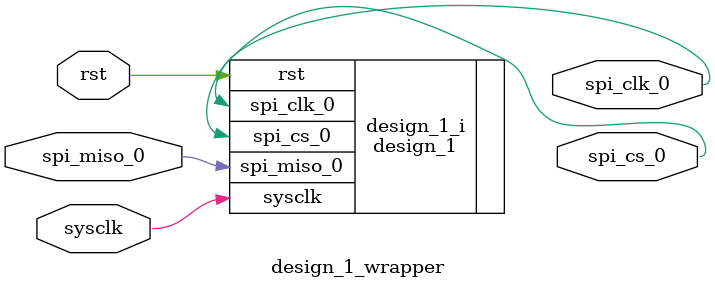
<source format=v>
`timescale 1 ps / 1 ps

module design_1_wrapper
   (rst,
    spi_clk_0,
    spi_cs_0,
    spi_miso_0,
    sysclk);
  input rst;
  output spi_clk_0;
  output spi_cs_0;
  input spi_miso_0;
  input sysclk;

  wire rst;
  wire spi_clk_0;
  wire spi_cs_0;
  wire spi_miso_0;
  wire sysclk;

  design_1 design_1_i
       (.rst(rst),
        .spi_clk_0(spi_clk_0),
        .spi_cs_0(spi_cs_0),
        .spi_miso_0(spi_miso_0),
        .sysclk(sysclk));
endmodule

</source>
